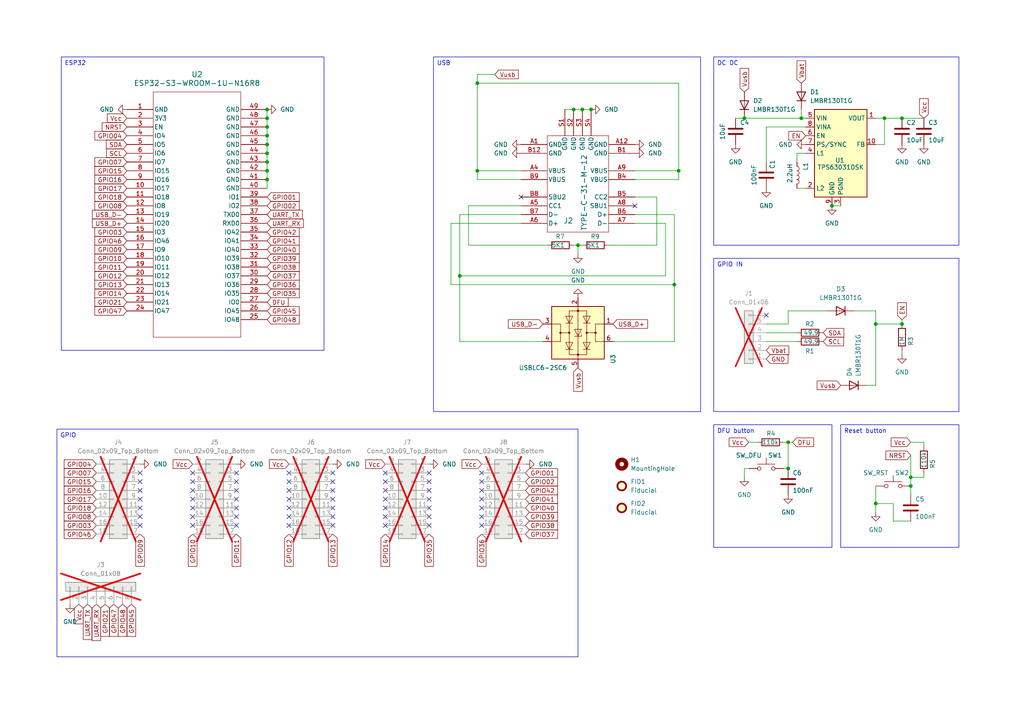
<source format=kicad_sch>
(kicad_sch (version 20231120) (generator "eeschema") (generator_version "8.0")
  (paper "A4")
  (lib_symbols
    (symbol "Connector_Generic:Conn_01x06" (pin_names (offset 1.016) hide)
      (property "Reference" "J" (at 0 7.62 0))
      (property "Value" "Conn_01x06" (at 0 -10.16 0))
      (symbol "Conn_01x06_1_1"
        (pin passive line (at -5.08 5.08 0) (length 3.81) (name "Pin_1") (number "1"))
        (pin passive line (at -5.08 2.54 0) (length 3.81) (name "Pin_2") (number "2"))
        (pin passive line (at -5.08 0 0) (length 3.81) (name "Pin_3") (number "3"))
        (pin passive line (at -5.08 -2.54 0) (length 3.81) (name "Pin_4") (number "4"))
        (pin passive line (at -5.08 -5.08 0) (length 3.81) (name "Pin_5") (number "5"))
        (pin passive line (at -5.08 -7.62 0) (length 3.81) (name "Pin_6") (number "6"))
      )
    )
    (symbol "Connector_Generic:Conn_01x08" (pin_names (offset 1.016) hide)
      (property "Reference" "J" (at 0 10.16 0))
      (property "Value" "Conn_01x08" (at 0 -12.7 0))
      (symbol "Conn_01x08_1_1"
        (pin passive line (at -5.08 7.62 0) (length 3.81) (name "Pin_1") (number "1"))
        (pin passive line (at -5.08 5.08 0) (length 3.81) (name "Pin_2") (number "2"))
        (pin passive line (at -5.08 2.54 0) (length 3.81) (name "Pin_3") (number "3"))
        (pin passive line (at -5.08 0 0) (length 3.81) (name "Pin_4") (number "4"))
        (pin passive line (at -5.08 -2.54 0) (length 3.81) (name "Pin_5") (number "5"))
        (pin passive line (at -5.08 -5.08 0) (length 3.81) (name "Pin_6") (number "6"))
        (pin passive line (at -5.08 -7.62 0) (length 3.81) (name "Pin_7") (number "7"))
        (pin passive line (at -5.08 -10.16 0) (length 3.81) (name "Pin_8") (number "8"))
      )
    )
    (symbol "Connector_Generic:Conn_02x09_Odd_Even" (pin_names (offset 1.016) hide)
      (property "Reference" "J" (at 1.27 12.7 0))
      (property "Value" "Conn_02x09_Odd_Even" (at 1.27 -12.7 0))
      (symbol "Conn_02x09_Odd_Even_1_1"
        (pin passive line (at -5.08 10.16 0) (length 3.81) (name "Pin_1") (number "1"))
        (pin passive line (at 7.62 0 180) (length 3.81) (name "Pin_10") (number "10"))
        (pin passive line (at -5.08 -2.54 0) (length 3.81) (name "Pin_11") (number "11"))
        (pin passive line (at 7.62 -2.54 180) (length 3.81) (name "Pin_12") (number "12"))
        (pin passive line (at -5.08 -5.08 0) (length 3.81) (name "Pin_13") (number "13"))
        (pin passive line (at 7.62 -5.08 180) (length 3.81) (name "Pin_14") (number "14"))
        (pin passive line (at -5.08 -7.62 0) (length 3.81) (name "Pin_15") (number "15"))
        (pin passive line (at 7.62 -7.62 180) (length 3.81) (name "Pin_16") (number "16"))
        (pin passive line (at -5.08 -10.16 0) (length 3.81) (name "Pin_17") (number "17"))
        (pin passive line (at 7.62 -10.16 180) (length 3.81) (name "Pin_18") (number "18"))
        (pin passive line (at 7.62 10.16 180) (length 3.81) (name "Pin_2") (number "2"))
        (pin passive line (at -5.08 7.62 0) (length 3.81) (name "Pin_3") (number "3"))
        (pin passive line (at 7.62 7.62 180) (length 3.81) (name "Pin_4") (number "4"))
        (pin passive line (at -5.08 5.08 0) (length 3.81) (name "Pin_5") (number "5"))
        (pin passive line (at 7.62 5.08 180) (length 3.81) (name "Pin_6") (number "6"))
        (pin passive line (at -5.08 2.54 0) (length 3.81) (name "Pin_7") (number "7"))
        (pin passive line (at 7.62 2.54 180) (length 3.81) (name "Pin_8") (number "8"))
        (pin passive line (at -5.08 0 0) (length 3.81) (name "Pin_9") (number "9"))
      )
    )
    (symbol "Device:C" (pin_numbers hide) (pin_names (offset 0.254))
      (property "Reference" "C" (at 0.635 2.54 0))
      (property "Value" "C" (at 0.635 -2.54 0))
      (symbol "C_1_1"
        (pin passive line (at 0 3.81 270) (length 2.794) (name "~") (number "1"))
        (pin passive line (at 0 -3.81 90) (length 2.794) (name "~") (number "2"))
      )
    )
    (symbol "Device:D" (pin_numbers hide) (pin_names (offset 1.016) hide)
      (property "Reference" "D" (at 0 2.54 0))
      (property "Value" "D" (at 0 -2.54 0))
      (symbol "D_1_1"
        (pin passive line (at -3.81 0 0) (length 2.54) (name "K") (number "1"))
        (pin passive line (at 3.81 0 180) (length 2.54) (name "A") (number "2"))
      )
    )
    (symbol "Device:L" (pin_numbers hide) (pin_names (offset 1.016) hide)
      (property "Reference" "L" (at -1.27 0 90))
      (property "Value" "L" (at 1.905 0 90))
      (symbol "L_1_1"
        (pin passive line (at 0 3.81 270) (length 1.27) (name "1") (number "1"))
        (pin passive line (at 0 -3.81 90) (length 1.27) (name "2") (number "2"))
      )
    )
    (symbol "Device:R" (pin_numbers hide) (pin_names (offset 0))
      (property "Reference" "R" (at 2.032 0 90))
      (property "Value" "R" (at 0 0 90))
      (symbol "R_1_1"
        (pin passive line (at 0 3.81 270) (length 1.27) (name "~") (number "1"))
        (pin passive line (at 0 -3.81 90) (length 1.27) (name "~") (number "2"))
      )
    )
    (symbol "ESP32­S3­WROOM­1U:ESP32-S3-WROOM-1U-N16R8" (pin_names (offset 0.254))
      (property "Reference" "U" (at 20.32 10.16 0))
      (property "Value" "ESP32-S3-WROOM-1U-N16R8" (at 20.32 7.62 0))
      (symbol "ESP32-S3-WROOM-1U-N16R8_0_1"
        (pin power_out line (at 0 0 0) (length 7.62) (name "GND") (number "1"))
        (pin bidirectional line (at 0 -22.86 0) (length 7.62) (name "IO17") (number "10"))
        (pin bidirectional line (at 0 -25.4 0) (length 7.62) (name "IO18") (number "11"))
        (pin bidirectional line (at 0 -27.94 0) (length 7.62) (name "IO8") (number "12"))
        (pin bidirectional line (at 0 -30.48 0) (length 7.62) (name "IO19") (number "13"))
        (pin bidirectional line (at 0 -33.02 0) (length 7.62) (name "IO20") (number "14"))
        (pin bidirectional line (at 0 -35.56 0) (length 7.62) (name "IO3") (number "15"))
        (pin bidirectional line (at 0 -38.1 0) (length 7.62) (name "IO46") (number "16"))
        (pin bidirectional line (at 0 -40.64 0) (length 7.62) (name "IO9") (number "17"))
        (pin bidirectional line (at 0 -43.18 0) (length 7.62) (name "IO10") (number "18"))
        (pin bidirectional line (at 0 -45.72 0) (length 7.62) (name "IO11") (number "19"))
        (pin power_in line (at 0 -2.54 0) (length 7.62) (name "3V3") (number "2"))
        (pin bidirectional line (at 0 -48.26 0) (length 7.62) (name "IO12") (number "20"))
        (pin bidirectional line (at 0 -50.8 0) (length 7.62) (name "IO13") (number "21"))
        (pin bidirectional line (at 0 -53.34 0) (length 7.62) (name "IO14") (number "22"))
        (pin bidirectional line (at 0 -55.88 0) (length 7.62) (name "IO21") (number "23"))
        (pin bidirectional line (at 0 -58.42 0) (length 7.62) (name "IO47") (number "24"))
        (pin bidirectional line (at 40.64 -60.96 180) (length 7.62) (name "IO48") (number "25"))
        (pin bidirectional line (at 40.64 -58.42 180) (length 7.62) (name "IO45") (number "26"))
        (pin bidirectional line (at 40.64 -55.88 180) (length 7.62) (name "IO0") (number "27"))
        (pin bidirectional line (at 40.64 -53.34 180) (length 7.62) (name "IO35") (number "28"))
        (pin bidirectional line (at 40.64 -50.8 180) (length 7.62) (name "IO36") (number "29"))
        (pin input line (at 0 -5.08 0) (length 7.62) (name "EN") (number "3"))
        (pin bidirectional line (at 40.64 -48.26 180) (length 7.62) (name "IO37") (number "30"))
        (pin bidirectional line (at 40.64 -45.72 180) (length 7.62) (name "IO38") (number "31"))
        (pin bidirectional line (at 40.64 -43.18 180) (length 7.62) (name "IO39") (number "32"))
        (pin bidirectional line (at 40.64 -40.64 180) (length 7.62) (name "IO40") (number "33"))
        (pin bidirectional line (at 40.64 -38.1 180) (length 7.62) (name "IO41") (number "34"))
        (pin bidirectional line (at 40.64 -35.56 180) (length 7.62) (name "IO42") (number "35"))
        (pin bidirectional line (at 40.64 -33.02 180) (length 7.62) (name "RXD0") (number "36"))
        (pin bidirectional line (at 40.64 -30.48 180) (length 7.62) (name "TXD0") (number "37"))
        (pin bidirectional line (at 40.64 -27.94 180) (length 7.62) (name "IO2") (number "38"))
        (pin bidirectional line (at 40.64 -25.4 180) (length 7.62) (name "IO1") (number "39"))
        (pin bidirectional line (at 0 -7.62 0) (length 7.62) (name "IO4") (number "4"))
        (pin power_out line (at 40.64 -22.86 180) (length 7.62) (name "GND") (number "40"))
        (pin power_out line (at 40.64 -20.32 180) (length 7.62) (name "GND") (number "41"))
        (pin power_out line (at 40.64 -17.78 180) (length 7.62) (name "GND") (number "42"))
        (pin power_out line (at 40.64 -15.24 180) (length 7.62) (name "GND") (number "43"))
        (pin power_out line (at 40.64 -12.7 180) (length 7.62) (name "GND") (number "44"))
        (pin power_out line (at 40.64 -10.16 180) (length 7.62) (name "GND") (number "45"))
        (pin power_out line (at 40.64 -7.62 180) (length 7.62) (name "GND") (number "46"))
        (pin power_out line (at 40.64 -5.08 180) (length 7.62) (name "GND") (number "47"))
        (pin power_out line (at 40.64 -2.54 180) (length 7.62) (name "GND") (number "48"))
        (pin power_out line (at 40.64 0 180) (length 7.62) (name "GND") (number "49"))
        (pin bidirectional line (at 0 -10.16 0) (length 7.62) (name "IO5") (number "5"))
        (pin bidirectional line (at 0 -12.7 0) (length 7.62) (name "IO6") (number "6"))
        (pin bidirectional line (at 0 -15.24 0) (length 7.62) (name "IO7") (number "7"))
        (pin bidirectional line (at 0 -17.78 0) (length 7.62) (name "IO15") (number "8"))
        (pin bidirectional line (at 0 -20.32 0) (length 7.62) (name "IO16") (number "9"))
      )
    )
    (symbol "Mechanical:Fiducial" (exclude_from_sim yes) (in_bom no)
      (property "Reference" "FID" (at 0 5.08 0))
      (property "Value" "Fiducial" (at 0 3.175 0))
    )
    (symbol "Mechanical:MountingHole" (pin_names (offset 1.016)) (exclude_from_sim yes) (in_bom no)
      (property "Reference" "H" (at 0 5.08 0))
      (property "Value" "MountingHole" (at 0 3.175 0))
    )
    (symbol "Power_Protection:USBLC6-2SC6" (pin_names hide)
      (property "Reference" "U" (at 2.54 8.89 0))
      (property "Value" "USBLC6-2SC6" (at 2.54 -8.89 0))
      (symbol "USBLC6-2SC6_1_1"
        (pin passive line (at -10.16 -2.54 0) (length 2.54) (name "I/O1") (number "1"))
        (pin passive line (at 0 -10.16 90) (length 2.54) (name "GND") (number "2"))
        (pin passive line (at 10.16 -2.54 180) (length 2.54) (name "I/O2") (number "3"))
        (pin passive line (at 10.16 2.54 180) (length 2.54) (name "I/O2") (number "4"))
        (pin passive line (at 0 10.16 270) (length 2.54) (name "VBUS") (number "5"))
        (pin passive line (at -10.16 2.54 0) (length 2.54) (name "I/O1") (number "6"))
      )
    )
    (symbol "Regulator_Switching:TPS63031DSK"
      (property "Reference" "U" (at -7.62 13.97 0))
      (property "Value" "TPS63031DSK" (at 5.08 13.97 0))
      (symbol "TPS63031DSK_1_1"
        (pin power_out line (at 10.16 10.16 180) (length 2.54) (name "VOUT") (number "1"))
        (pin input line (at 10.16 2.54 180) (length 2.54) (name "FB") (number "10"))
        (pin passive line (at 0 -15.24 90) (length 2.54) hide (name "PGND") (number "11"))
        (pin input line (at -10.16 -10.16 0) (length 2.54) (name "L2") (number "2"))
        (pin power_in line (at 0 -15.24 90) (length 2.54) (name "PGND") (number "3"))
        (pin input line (at -10.16 0 0) (length 2.54) (name "L1") (number "4"))
        (pin power_in line (at -10.16 10.16 0) (length 2.54) (name "VIN") (number "5"))
        (pin input line (at -10.16 5.08 0) (length 2.54) (name "EN") (number "6"))
        (pin input line (at -10.16 2.54 0) (length 2.54) (name "PS/SYNC") (number "7"))
        (pin passive line (at -10.16 7.62 0) (length 2.54) (name "VINA") (number "8"))
        (pin power_in line (at -2.54 -15.24 90) (length 2.54) (name "GND") (number "9"))
      )
    )
    (symbol "Switch:SW_Push" (pin_numbers hide) (pin_names (offset 1.016) hide)
      (property "Reference" "SW" (at 1.27 2.54 0))
      (property "Value" "SW_Push" (at 0 -1.524 0))
      (symbol "SW_Push_0_1"
        (pin passive line (at -5.08 0 0) (length 2.54) (name "1") (number "1"))
        (pin passive line (at 5.08 0 180) (length 2.54) (name "2") (number "2"))
      )
    )
    (symbol "TYPE-C-31-M-12:TYPE-C-31-M-12" (pin_names (offset 0.254))
      (property "Reference" "J" (at 6.096 -25.908 0))
      (property "Value" "TYPE-C-31-M-12" (at 9.906 -15.24 90))
      (symbol "TYPE-C-31-M-12_0_1"
        (pin power_out line (at -7.62 -2.54 0) (length 7.62) (name "GND") (number "A1"))
        (pin power_out line (at 25.4 -2.54 180) (length 7.62) (name "GND") (number "A12"))
        (pin unspecified line (at -7.62 -10.16 0) (length 7.62) (name "VBUS") (number "A4"))
        (pin bidirectional line (at -7.62 -20.32 0) (length 7.62) (name "CC1") (number "A5"))
        (pin unspecified line (at -7.62 -25.4 0) (length 7.62) (name "D+") (number "A6"))
        (pin bidirectional line (at 25.4 -25.4 180) (length 7.62) (name "D-") (number "A7"))
        (pin bidirectional line (at 25.4 -20.32 180) (length 7.62) (name "SBU1") (number "A8"))
        (pin unspecified line (at 25.4 -10.16 180) (length 7.62) (name "VBUS") (number "A9"))
        (pin power_out line (at 25.4 -5.08 180) (length 7.62) (name "GND") (number "B1"))
        (pin power_out line (at -7.62 -5.08 0) (length 7.62) (name "GND") (number "B12"))
        (pin unspecified line (at 25.4 -12.7 180) (length 7.62) (name "VBUS") (number "B4"))
        (pin bidirectional line (at 25.4 -17.78 180) (length 7.62) (name "CC2") (number "B5"))
        (pin unspecified line (at 25.4 -22.86 180) (length 7.62) (name "D+") (number "B6"))
        (pin bidirectional line (at -7.62 -22.86 0) (length 7.62) (name "D-") (number "B7"))
        (pin bidirectional line (at -7.62 -17.78 0) (length 7.62) (name "SBU2") (number "B8"))
        (pin unspecified line (at -7.62 -12.7 0) (length 7.62) (name "VBUS") (number "B9"))
      )
      (symbol "TYPE-C-31-M-12_1_1"
        (pin power_out line (at 5.08 7.62 270) (length 7.62) (name "GND") (number "S1"))
        (pin power_out line (at 7.62 7.62 270) (length 7.62) (name "GND") (number "S2"))
        (pin power_out line (at 10.16 7.62 270) (length 7.62) (name "GND") (number "S3"))
        (pin power_out line (at 12.7 7.62 270) (length 7.62) (name "GND") (number "S4"))
      )
    )
    (symbol "power:GND" (power) (pin_names (offset 0))
      (property "Value" "GND" (at 0 -3.81 0))
      (symbol "GND_1_1"
        (pin power_in line (at 0 0 270) (length 0) hide (name "GND") (number "1"))
      )
    )
  )
  (junction (at 241.3 59.69))
  (junction (at 195.58 82.55))
  (junction (at 77.47 44.45))
  (junction (at 256.54 34.29))
  (junction (at 77.47 31.75))
  (junction (at 77.47 46.99))
  (junction (at 196.85 49.53))
  (junction (at 138.43 49.53))
  (junction (at 167.64 71.12))
  (junction (at 254 93.98))
  (junction (at 228.6 135.89))
  (junction (at 166.37 31.75))
  (junction (at 228.6 128.27))
  (junction (at 77.47 34.29))
  (junction (at 232.41 34.29))
  (junction (at 168.91 31.75))
  (junction (at 261.62 34.29))
  (junction (at 77.47 41.91))
  (junction (at 77.47 36.83))
  (junction (at 171.45 31.75))
  (junction (at 215.9 34.29))
  (junction (at 77.47 52.07))
  (junction (at 264.16 140.97))
  (junction (at 138.43 24.13))
  (junction (at 264.16 138.43))
  (junction (at 261.62 93.98))
  (junction (at 254 146.05))
  (junction (at 77.47 39.37))
  (junction (at 77.47 49.53))
  (junction (at 133.35 80.01))
  (no_connect (at 68.58 142.24))
  (no_connect (at 96.52 152.4))
  (no_connect (at 55.88 149.86))
  (no_connect (at 68.58 139.7))
  (no_connect (at 83.82 137.16))
  (no_connect (at 111.76 137.16))
  (no_connect (at 111.76 152.4))
  (no_connect (at 68.58 144.78))
  (no_connect (at 83.82 144.78))
  (no_connect (at 139.7 139.7))
  (no_connect (at 111.76 147.32))
  (no_connect (at 40.64 152.4))
  (no_connect (at 55.88 137.16))
  (no_connect (at 68.58 147.32))
  (no_connect (at 96.52 139.7))
  (no_connect (at 184.15 59.69))
  (no_connect (at 96.52 137.16))
  (no_connect (at 83.82 152.4))
  (no_connect (at 124.46 147.32))
  (no_connect (at 139.7 137.16))
  (no_connect (at 55.88 152.4))
  (no_connect (at 40.64 144.78))
  (no_connect (at 124.46 144.78))
  (no_connect (at 55.88 147.32))
  (no_connect (at 96.52 142.24))
  (no_connect (at 40.64 137.16))
  (no_connect (at 96.52 149.86))
  (no_connect (at 111.76 139.7))
  (no_connect (at 139.7 147.32))
  (no_connect (at 83.82 142.24))
  (no_connect (at 111.76 149.86))
  (no_connect (at 124.46 142.24))
  (no_connect (at 55.88 142.24))
  (no_connect (at 151.13 57.15))
  (no_connect (at 111.76 142.24))
  (no_connect (at 83.82 149.86))
  (no_connect (at 83.82 139.7))
  (no_connect (at 40.64 139.7))
  (no_connect (at 124.46 137.16))
  (no_connect (at 83.82 147.32))
  (no_connect (at 139.7 149.86))
  (no_connect (at 40.64 142.24))
  (no_connect (at 68.58 152.4))
  (no_connect (at 222.25 91.44))
  (no_connect (at 139.7 152.4))
  (no_connect (at 96.52 144.78))
  (no_connect (at 96.52 147.32))
  (no_connect (at 124.46 139.7))
  (no_connect (at 139.7 144.78))
  (no_connect (at 124.46 149.86))
  (no_connect (at 124.46 152.4))
  (no_connect (at 40.64 147.32))
  (no_connect (at 55.88 139.7))
  (no_connect (at 68.58 149.86))
  (no_connect (at 40.64 149.86))
  (no_connect (at 111.76 144.78))
  (no_connect (at 139.7 142.24))
  (no_connect (at 55.88 144.78))
  (no_connect (at 68.58 137.16))
  (wire (pts (xy 184.15 62.23) (xy 195.58 62.23)))
  (wire (pts (xy 190.5 57.15) (xy 184.15 57.15)))
  (wire (pts (xy 251.46 111.76) (xy 254 111.76)))
  (wire (pts (xy 259.08 146.05) (xy 254 146.05)))
  (wire (pts (xy 264.16 128.27) (xy 267.97 128.27)))
  (wire (pts (xy 254 93.98) (xy 261.62 93.98)))
  (wire (pts (xy 227.33 135.89) (xy 228.6 135.89)))
  (wire (pts (xy 254 146.05) (xy 254 148.59)))
  (wire (pts (xy 261.62 101.6) (xy 261.62 102.87)))
  (wire (pts (xy 130.81 64.77) (xy 130.81 82.55)))
  (wire (pts (xy 77.47 52.07) (xy 77.47 54.61)))
  (wire (pts (xy 135.89 59.69) (xy 135.89 71.12)))
  (wire (pts (xy 138.43 21.59) (xy 143.51 21.59)))
  (wire (pts (xy 222.25 96.52) (xy 231.14 96.52)))
  (wire (pts (xy 256.54 34.29) (xy 256.54 41.91)))
  (wire (pts (xy 232.41 31.75) (xy 232.41 34.29)))
  (wire (pts (xy 195.58 99.06) (xy 177.8 99.06)))
  (wire (pts (xy 77.47 44.45) (xy 77.47 46.99)))
  (wire (pts (xy 264.16 138.43) (xy 264.16 132.08)))
  (wire (pts (xy 215.9 34.29) (xy 232.41 34.29)))
  (wire (pts (xy 184.15 64.77) (xy 193.04 64.77)))
  (wire (pts (xy 133.35 99.06) (xy 157.48 99.06)))
  (wire (pts (xy 222.25 36.83) (xy 222.25 46.99)))
  (wire (pts (xy 190.5 71.12) (xy 176.53 71.12)))
  (wire (pts (xy 193.04 64.77) (xy 193.04 80.01)))
  (wire (pts (xy 264.16 140.97) (xy 264.16 143.51)))
  (wire (pts (xy 77.47 31.75) (xy 77.47 34.29)))
  (wire (pts (xy 259.08 151.13) (xy 264.16 151.13)))
  (wire (pts (xy 267.97 138.43) (xy 264.16 138.43)))
  (wire (pts (xy 167.64 71.12) (xy 168.91 71.12)))
  (wire (pts (xy 135.89 59.69) (xy 151.13 59.69)))
  (wire (pts (xy 193.04 80.01) (xy 133.35 80.01)))
  (wire (pts (xy 228.6 128.27) (xy 229.87 128.27)))
  (wire (pts (xy 228.6 128.27) (xy 228.6 135.89)))
  (wire (pts (xy 213.36 34.29) (xy 215.9 34.29)))
  (wire (pts (xy 254 140.97) (xy 254 146.05)))
  (wire (pts (xy 267.97 137.16) (xy 267.97 138.43)))
  (wire (pts (xy 217.17 128.27) (xy 219.71 128.27)))
  (wire (pts (xy 195.58 82.55) (xy 195.58 99.06)))
  (wire (pts (xy 264.16 138.43) (xy 264.16 140.97)))
  (wire (pts (xy 138.43 49.53) (xy 151.13 49.53)))
  (wire (pts (xy 261.62 34.29) (xy 267.97 34.29)))
  (wire (pts (xy 167.64 71.12) (xy 167.64 73.66)))
  (wire (pts (xy 254 34.29) (xy 256.54 34.29)))
  (wire (pts (xy 166.37 71.12) (xy 167.64 71.12)))
  (wire (pts (xy 231.14 46.99) (xy 231.14 44.45)))
  (wire (pts (xy 231.14 54.61) (xy 233.68 54.61)))
  (wire (pts (xy 77.47 46.99) (xy 77.47 49.53)))
  (wire (pts (xy 133.35 62.23) (xy 151.13 62.23)))
  (wire (pts (xy 151.13 52.07) (xy 138.43 52.07)))
  (wire (pts (xy 168.91 31.75) (xy 171.45 31.75)))
  (wire (pts (xy 138.43 24.13) (xy 138.43 49.53)))
  (wire (pts (xy 77.47 41.91) (xy 77.47 44.45)))
  (wire (pts (xy 259.08 151.13) (xy 259.08 146.05)))
  (wire (pts (xy 228.6 93.98) (xy 228.6 90.17)))
  (wire (pts (xy 254 111.76) (xy 254 93.98)))
  (wire (pts (xy 196.85 49.53) (xy 196.85 24.13)))
  (wire (pts (xy 232.41 34.29) (xy 233.68 34.29)))
  (wire (pts (xy 195.58 62.23) (xy 195.58 82.55)))
  (wire (pts (xy 261.62 93.98) (xy 261.62 92.71)))
  (wire (pts (xy 233.68 36.83) (xy 222.25 36.83)))
  (wire (pts (xy 217.17 135.89) (xy 215.9 135.89)))
  (wire (pts (xy 190.5 57.15) (xy 190.5 71.12)))
  (wire (pts (xy 267.97 128.27) (xy 267.97 129.54)))
  (wire (pts (xy 166.37 31.75) (xy 168.91 31.75)))
  (wire (pts (xy 77.47 39.37) (xy 77.47 41.91)))
  (wire (pts (xy 133.35 80.01) (xy 133.35 99.06)))
  (wire (pts (xy 222.25 99.06) (xy 231.14 99.06)))
  (wire (pts (xy 256.54 41.91) (xy 254 41.91)))
  (wire (pts (xy 135.89 71.12) (xy 158.75 71.12)))
  (wire (pts (xy 184.15 49.53) (xy 196.85 49.53)))
  (wire (pts (xy 130.81 82.55) (xy 195.58 82.55)))
  (wire (pts (xy 256.54 34.29) (xy 261.62 34.29)))
  (wire (pts (xy 231.14 44.45) (xy 233.68 44.45)))
  (wire (pts (xy 138.43 21.59) (xy 138.43 24.13)))
  (wire (pts (xy 196.85 24.13) (xy 138.43 24.13)))
  (wire (pts (xy 228.6 90.17) (xy 240.03 90.17)))
  (wire (pts (xy 241.3 59.69) (xy 243.84 59.69)))
  (wire (pts (xy 247.65 90.17) (xy 254 90.17)))
  (wire (pts (xy 222.25 93.98) (xy 228.6 93.98)))
  (wire (pts (xy 138.43 52.07) (xy 138.43 49.53)))
  (wire (pts (xy 133.35 62.23) (xy 133.35 80.01)))
  (wire (pts (xy 77.47 36.83) (xy 77.47 39.37)))
  (wire (pts (xy 196.85 52.07) (xy 196.85 49.53)))
  (wire (pts (xy 77.47 49.53) (xy 77.47 52.07)))
  (wire (pts (xy 215.9 135.89) (xy 215.9 138.43)))
  (wire (pts (xy 77.47 34.29) (xy 77.47 36.83)))
  (wire (pts (xy 254 90.17) (xy 254 93.98)))
  (wire (pts (xy 184.15 52.07) (xy 196.85 52.07)))
  (wire (pts (xy 227.33 128.27) (xy 228.6 128.27)))
  (wire (pts (xy 163.83 31.75) (xy 166.37 31.75)))
  (wire (pts (xy 130.81 64.77) (xy 151.13 64.77)))
  (text_box "GPIO IN" (at 207.01 74.93 0) (size 71.12 44.45) (effects (font (size 1.27 1.27)) (justify left top)))
  (text_box "GPIO" (at 16.51 124.46 0) (size 151.13 66.04) (effects (font (size 1.27 1.27)) (justify left top)))
  (text_box "USB" (at 125.73 16.51 0) (size 77.47 102.87) (effects (font (size 1.27 1.27)) (justify left top)))
  (text_box "DFU button" (at 207.01 123.19 0) (size 34.29 35.56) (effects (font (size 1.27 1.27)) (justify left top)))
  (text_box "ESP32" (at 17.78 16.51 0) (size 76.2 85.09) (effects (font (size 1.27 1.27)) (justify left top)))
  (text_box "DC DC" (at 207.01 16.51 0) (size 71.12 54.61) (effects (font (size 1.27 1.27)) (justify left top)))
  (text_box "Reset button" (at 243.84 123.19 0) (size 34.29 35.56) (effects (font (size 1.27 1.27)) (justify left top)))
  (global_label "GPIO09" (shape input) (at 36.83 72.39 180) (property "Intersheetrefs" "${INTERSHEET_REFS}" (effects (hide yes))))
  (global_label "GPIO13" (shape input) (at 96.52 154.94 270) (property "Intersheetrefs" "${INTERSHEET_REFS}" (effects (hide yes))))
  (global_label "GPIO12" (shape input) (at 36.83 80.01 180) (property "Intersheetrefs" "${INTERSHEET_REFS}" (effects (hide yes))))
  (global_label "Vusb" (shape input) (at 167.64 106.68 270) (property "Intersheetrefs" "${INTERSHEET_REFS}" (effects (hide yes))))
  (global_label "GPIO09" (shape input) (at 40.64 154.94 270) (property "Intersheetrefs" "${INTERSHEET_REFS}" (effects (hide yes))))
  (global_label "DFU" (shape input) (at 77.47 87.63 0) (property "Intersheetrefs" "${INTERSHEET_REFS}" (effects (hide yes))))
  (global_label "EN" (shape input) (at 233.68 39.37 180) (property "Intersheetrefs" "${INTERSHEET_REFS}" (effects (hide yes))))
  (global_label "GPIO35" (shape input) (at 77.47 85.09 0) (property "Intersheetrefs" "${INTERSHEET_REFS}" (effects (hide yes))))
  (global_label "GPIO10" (shape input) (at 36.83 74.93 180) (property "Intersheetrefs" "${INTERSHEET_REFS}" (effects (hide yes))))
  (global_label "SDA" (shape input) (at 238.76 96.52 0) (property "Intersheetrefs" "${INTERSHEET_REFS}" (effects (hide yes))))
  (global_label "Vcc" (shape input) (at 267.97 34.29 90) (property "Intersheetrefs" "${INTERSHEET_REFS}" (effects (hide yes))))
  (global_label "GPIO08" (shape input) (at 36.83 59.69 180) (property "Intersheetrefs" "${INTERSHEET_REFS}" (effects (hide yes))))
  (global_label "GPIO38" (shape input) (at 77.47 77.47 0) (property "Intersheetrefs" "${INTERSHEET_REFS}" (effects (hide yes))))
  (global_label "GPIO04" (shape input) (at 27.94 134.62 180) (property "Intersheetrefs" "${INTERSHEET_REFS}" (effects (hide yes))))
  (global_label "SCL" (shape input) (at 238.76 99.06 0) (property "Intersheetrefs" "${INTERSHEET_REFS}" (effects (hide yes))))
  (global_label "Vusb" (shape input) (at 143.51 21.59 0) (property "Intersheetrefs" "${INTERSHEET_REFS}" (effects (hide yes))))
  (global_label "GPIO07" (shape input) (at 36.83 46.99 180) (property "Intersheetrefs" "${INTERSHEET_REFS}" (effects (hide yes))))
  (global_label "GPIO39" (shape input) (at 152.4 149.86 0) (property "Intersheetrefs" "${INTERSHEET_REFS}" (effects (hide yes))))
  (global_label "Vbat" (shape input) (at 222.25 101.6 0) (property "Intersheetrefs" "${INTERSHEET_REFS}" (effects (hide yes))))
  (global_label "Vcc" (shape input) (at 111.76 134.62 180) (property "Intersheetrefs" "${INTERSHEET_REFS}" (effects (hide yes))))
  (global_label "NRST" (shape input) (at 36.83 36.83 180) (property "Intersheetrefs" "${INTERSHEET_REFS}" (effects (hide yes))))
  (global_label "Vcc" (shape input) (at 36.83 34.29 180) (property "Intersheetrefs" "${INTERSHEET_REFS}" (effects (hide yes))))
  (global_label "GPIO18" (shape input) (at 27.94 147.32 180) (property "Intersheetrefs" "${INTERSHEET_REFS}" (effects (hide yes))))
  (global_label "GPIO18" (shape input) (at 36.83 57.15 180) (property "Intersheetrefs" "${INTERSHEET_REFS}" (effects (hide yes))))
  (global_label "GPIO01" (shape input) (at 152.4 137.16 0) (property "Intersheetrefs" "${INTERSHEET_REFS}" (effects (hide yes))))
  (global_label "Vcc" (shape input) (at 83.82 134.62 180) (property "Intersheetrefs" "${INTERSHEET_REFS}" (effects (hide yes))))
  (global_label "GPIO48" (shape input) (at 77.47 92.71 0) (property "Intersheetrefs" "${INTERSHEET_REFS}" (effects (hide yes))))
  (global_label "UART_TX" (shape input) (at 77.47 62.23 0) (property "Intersheetrefs" "${INTERSHEET_REFS}" (effects (hide yes))))
  (global_label "UART_TX" (shape input) (at 25.4 175.26 270) (property "Intersheetrefs" "${INTERSHEET_REFS}" (effects (hide yes))))
  (global_label "GPIO07" (shape input) (at 27.94 137.16 180) (property "Intersheetrefs" "${INTERSHEET_REFS}" (effects (hide yes))))
  (global_label "Vcc" (shape input) (at 139.7 134.62 180) (property "Intersheetrefs" "${INTERSHEET_REFS}" (effects (hide yes))))
  (global_label "GPIO16" (shape input) (at 36.83 52.07 180) (property "Intersheetrefs" "${INTERSHEET_REFS}" (effects (hide yes))))
  (global_label "GPIO14" (shape input) (at 36.83 85.09 180) (property "Intersheetrefs" "${INTERSHEET_REFS}" (effects (hide yes))))
  (global_label "Vcc" (shape input) (at 22.86 175.26 270) (property "Intersheetrefs" "${INTERSHEET_REFS}" (effects (hide yes))))
  (global_label "UART_RX" (shape input) (at 27.94 175.26 270) (property "Intersheetrefs" "${INTERSHEET_REFS}" (effects (hide yes))))
  (global_label "NRST" (shape input) (at 264.16 132.08 180) (property "Intersheetrefs" "${INTERSHEET_REFS}" (effects (hide yes))))
  (global_label "UART_RX" (shape input) (at 77.47 64.77 0) (property "Intersheetrefs" "${INTERSHEET_REFS}" (effects (hide yes))))
  (global_label "GPIO35" (shape input) (at 124.46 154.94 270) (property "Intersheetrefs" "${INTERSHEET_REFS}" (effects (hide yes))))
  (global_label "GPIO36" (shape input) (at 77.47 82.55 0) (property "Intersheetrefs" "${INTERSHEET_REFS}" (effects (hide yes))))
  (global_label "GPIO13" (shape input) (at 36.83 82.55 180) (property "Intersheetrefs" "${INTERSHEET_REFS}" (effects (hide yes))))
  (global_label "GPIO11" (shape input) (at 36.83 77.47 180) (property "Intersheetrefs" "${INTERSHEET_REFS}" (effects (hide yes))))
  (global_label "GPIO11" (shape input) (at 68.58 154.94 270) (property "Intersheetrefs" "${INTERSHEET_REFS}" (effects (hide yes))))
  (global_label "GPIO45" (shape input) (at 77.47 90.17 0) (property "Intersheetrefs" "${INTERSHEET_REFS}" (effects (hide yes))))
  (global_label "Vusb" (shape input) (at 215.9 26.67 90) (property "Intersheetrefs" "${INTERSHEET_REFS}" (effects (hide yes))))
  (global_label "GPIO14" (shape input) (at 111.76 154.94 270) (property "Intersheetrefs" "${INTERSHEET_REFS}" (effects (hide yes))))
  (global_label "GPIO39" (shape input) (at 77.47 74.93 0) (property "Intersheetrefs" "${INTERSHEET_REFS}" (effects (hide yes))))
  (global_label "USB_D-" (shape input) (at 157.48 93.98 180) (property "Intersheetrefs" "${INTERSHEET_REFS}" (effects (hide yes))))
  (global_label "GPIO40" (shape input) (at 77.47 72.39 0) (property "Intersheetrefs" "${INTERSHEET_REFS}" (effects (hide yes))))
  (global_label "USB_D+" (shape input) (at 36.83 64.77 180) (property "Intersheetrefs" "${INTERSHEET_REFS}" (effects (hide yes))))
  (global_label "GPIO46" (shape input) (at 27.94 154.94 180) (property "Intersheetrefs" "${INTERSHEET_REFS}" (effects (hide yes))))
  (global_label "Vcc" (shape input) (at 217.17 128.27 180) (property "Intersheetrefs" "${INTERSHEET_REFS}" (effects (hide yes))))
  (global_label "GPIO45" (shape input) (at 38.1 175.26 270) (property "Intersheetrefs" "${INTERSHEET_REFS}" (effects (hide yes))))
  (global_label "GPIO21" (shape input) (at 30.48 175.26 270) (property "Intersheetrefs" "${INTERSHEET_REFS}" (effects (hide yes))))
  (global_label "GPIO03" (shape input) (at 27.94 152.4 180) (property "Intersheetrefs" "${INTERSHEET_REFS}" (effects (hide yes))))
  (global_label "Vcc" (shape input) (at 264.16 128.27 180) (property "Intersheetrefs" "${INTERSHEET_REFS}" (effects (hide yes))))
  (global_label "DFU" (shape input) (at 229.87 128.27 0) (property "Intersheetrefs" "${INTERSHEET_REFS}" (effects (hide yes))))
  (global_label "GPIO10" (shape input) (at 55.88 154.94 270) (property "Intersheetrefs" "${INTERSHEET_REFS}" (effects (hide yes))))
  (global_label "GPIO15" (shape input) (at 36.83 49.53 180) (property "Intersheetrefs" "${INTERSHEET_REFS}" (effects (hide yes))))
  (global_label "GPIO15" (shape input) (at 27.94 139.7 180) (property "Intersheetrefs" "${INTERSHEET_REFS}" (effects (hide yes))))
  (global_label "GPIO48" (shape input) (at 35.56 175.26 270) (property "Intersheetrefs" "${INTERSHEET_REFS}" (effects (hide yes))))
  (global_label "SCL" (shape input) (at 36.83 44.45 180) (property "Intersheetrefs" "${INTERSHEET_REFS}" (effects (hide yes))))
  (global_label "GPIO04" (shape input) (at 36.83 39.37 180) (property "Intersheetrefs" "${INTERSHEET_REFS}" (effects (hide yes))))
  (global_label "GPIO41" (shape input) (at 77.47 69.85 0) (property "Intersheetrefs" "${INTERSHEET_REFS}" (effects (hide yes))))
  (global_label "GPIO47" (shape input) (at 36.83 90.17 180) (property "Intersheetrefs" "${INTERSHEET_REFS}" (effects (hide yes))))
  (global_label "GPIO37" (shape input) (at 77.47 80.01 0) (property "Intersheetrefs" "${INTERSHEET_REFS}" (effects (hide yes))))
  (global_label "GPIO42" (shape input) (at 77.47 67.31 0) (property "Intersheetrefs" "${INTERSHEET_REFS}" (effects (hide yes))))
  (global_label "GPIO36" (shape input) (at 139.7 154.94 270) (property "Intersheetrefs" "${INTERSHEET_REFS}" (effects (hide yes))))
  (global_label "EN" (shape input) (at 261.62 92.71 90) (property "Intersheetrefs" "${INTERSHEET_REFS}" (effects (hide yes))))
  (global_label "GPIO47" (shape input) (at 33.02 175.26 270) (property "Intersheetrefs" "${INTERSHEET_REFS}" (effects (hide yes))))
  (global_label "GPIO02" (shape input) (at 152.4 139.7 0) (property "Intersheetrefs" "${INTERSHEET_REFS}" (effects (hide yes))))
  (global_label "GPIO01" (shape input) (at 77.47 57.15 0) (property "Intersheetrefs" "${INTERSHEET_REFS}" (effects (hide yes))))
  (global_label "GPIO40" (shape input) (at 152.4 147.32 0) (property "Intersheetrefs" "${INTERSHEET_REFS}" (effects (hide yes))))
  (global_label "Vbat" (shape input) (at 232.41 24.13 90) (property "Intersheetrefs" "${INTERSHEET_REFS}" (effects (hide yes))))
  (global_label "GPIO08" (shape input) (at 27.94 149.86 180) (property "Intersheetrefs" "${INTERSHEET_REFS}" (effects (hide yes))))
  (global_label "GPIO17" (shape input) (at 27.94 144.78 180) (property "Intersheetrefs" "${INTERSHEET_REFS}" (effects (hide yes))))
  (global_label "GPIO42" (shape input) (at 152.4 142.24 0) (property "Intersheetrefs" "${INTERSHEET_REFS}" (effects (hide yes))))
  (global_label "GPIO03" (shape input) (at 36.83 67.31 180) (property "Intersheetrefs" "${INTERSHEET_REFS}" (effects (hide yes))))
  (global_label "GPIO41" (shape input) (at 152.4 144.78 0) (property "Intersheetrefs" "${INTERSHEET_REFS}" (effects (hide yes))))
  (global_label "SDA" (shape input) (at 36.83 41.91 180) (property "Intersheetrefs" "${INTERSHEET_REFS}" (effects (hide yes))))
  (global_label "GPIO02" (shape input) (at 77.47 59.69 0) (property "Intersheetrefs" "${INTERSHEET_REFS}" (effects (hide yes))))
  (global_label "GPIO16" (shape input) (at 27.94 142.24 180) (property "Intersheetrefs" "${INTERSHEET_REFS}" (effects (hide yes))))
  (global_label "GPIO37" (shape input) (at 152.4 154.94 0) (property "Intersheetrefs" "${INTERSHEET_REFS}" (effects (hide yes))))
  (global_label "GND" (shape input) (at 222.25 104.14 0) (property "Intersheetrefs" "${INTERSHEET_REFS}" (effects (hide yes))))
  (global_label "GPIO21" (shape input) (at 36.83 87.63 180) (property "Intersheetrefs" "${INTERSHEET_REFS}" (effects (hide yes))))
  (global_label "USB_D+" (shape input) (at 177.8 93.98 0) (property "Intersheetrefs" "${INTERSHEET_REFS}" (effects (hide yes))))
  (global_label "USB_D-" (shape input) (at 36.83 62.23 180) (property "Intersheetrefs" "${INTERSHEET_REFS}" (effects (hide yes))))
  (global_label "GPIO46" (shape input) (at 36.83 69.85 180) (property "Intersheetrefs" "${INTERSHEET_REFS}" (effects (hide yes))))
  (global_label "Vusb" (shape input) (at 243.84 111.76 180) (property "Intersheetrefs" "${INTERSHEET_REFS}" (effects (hide yes))))
  (global_label "Vcc" (shape input) (at 55.88 134.62 180) (property "Intersheetrefs" "${INTERSHEET_REFS}" (effects (hide yes))))
  (global_label "GPIO12" (shape input) (at 83.82 154.94 270) (property "Intersheetrefs" "${INTERSHEET_REFS}" (effects (hide yes))))
  (global_label "GPIO38" (shape input) (at 152.4 152.4 0) (property "Intersheetrefs" "${INTERSHEET_REFS}" (effects (hide yes))))
  (global_label "GPIO17" (shape input) (at 36.83 54.61 180) (property "Intersheetrefs" "${INTERSHEET_REFS}" (effects (hide yes))))
  (symbol (lib_id "power:GND") (at 213.36 41.91 0) (unit 1)
    (property "Reference" "#PWR02" (effects (hide yes)))
    (property "Value" "GND" (at 213.36 46.99 0))
  )
  (symbol (lib_id "Device:R") (at 261.62 97.79 0) (unit 1)
    (property "Reference" "R3" (at 264.16 100.33 90) (effects (justify left)))
    (property "Value" "1M" (at 261.62 100.33 90) (effects (justify left)))
    (property "Footprint" "Resistor_SMD:R_0603_1608Metric" (effects (hide yes)))
    (property "Datasheet" "https://datasheet.lcsc.com/szlcsc/Uniroyal-Elec-0603WAF1004T5E_C22935.pdf" (effects (hide yes)))
    (property "Desc" "100mW Thick Film Resistors ±100ppm/℃ ±1% 1MΩ 0603 Chip Resistor - Surface Mount ROHS" (effects (hide yes)))
    (property "JLC" "0603" (effects (hide yes)))
    (property "LCSC" "C22935" (effects (hide yes)))
    (property "Part" "0603WAF1004T5E" (effects (hide yes)))
  )
  (symbol (lib_id "power:GND") (at 40.64 134.62 90) (unit 1)
    (property "Reference" "#PWR024" (effects (hide yes)))
    (property "Value" "GND" (at 44.45 134.6201 90) (effects (justify right)))
  )
  (symbol (lib_id "power:GND") (at 254 148.59 0) (unit 1)
    (property "Reference" "#PWR011" (effects (hide yes)))
    (property "Value" "GND" (at 254 153.67 0))
  )
  (symbol (lib_id "Device:C") (at 261.62 38.1 0) (unit 1)
    (property "Reference" "C2" (at 262.89 35.56 0) (effects (justify left)))
    (property "Value" "10uF" (at 262.89 40.64 0) (effects (justify left)))
    (property "Footprint" "Capacitor_SMD:C_0402_1005Metric" (effects (hide yes)))
    (property "Desc" "6.3V 10uF X5R ±20% 0402 Multilayer Ceramic Capacitors MLCC - SMD/SMT ROHS" (effects (hide yes)))
    (property "JLC" "0402" (effects (hide yes)))
    (property "LCSC" "C15525" (effects (hide yes)))
    (property "Part" "CL05A106MQ5NUNC" (effects (hide yes)))
  )
  (symbol (lib_id "power:GND") (at 184.15 44.45 90) (unit 1)
    (property "Reference" "#PWR019" (effects (hide yes)))
    (property "Value" "GND" (at 187.96 44.45 90) (effects (justify right)))
  )
  (symbol (lib_id "Switch:SW_Push") (at 259.08 140.97 0) (unit 1)
    (property "Reference" "SW2" (at 261.62 137.16 0))
    (property "Value" "SW_RST" (at 254 137.16 0))
    (property "Footprint" "Button_Switch_SMD:SW_Push_1P1T_XKB_TS-1187A" (effects (hide yes)))
    (property "Desc" "None Without 50mA 5.1mm 100000 Times 160gf 12V 5.1mm 1.5mm Round Button Standing paste SPST SMD Tactile Switches ROHS" (effects (hide yes)))
    (property "JLC" "SMD" (effects (hide yes)))
    (property "LCSC" "C318884" (effects (hide yes)))
    (property "Part" "TS-1187A-B-A-B" (effects (hide yes)))
  )
  (symbol (lib_id "power:GND") (at 20.32 175.26 0) (unit 1)
    (property "Reference" "#PWR020" (effects (hide yes)))
    (property "Value" "GND" (at 20.32 180.34 0))
  )
  (symbol (lib_id "power:GND") (at 184.15 41.91 90) (unit 1)
    (property "Reference" "#PWR018" (effects (hide yes)))
    (property "Value" "GND" (at 187.96 41.91 90) (effects (justify right)))
  )
  (symbol (lib_id "power:GND") (at 167.64 73.66 0) (unit 1)
    (property "Reference" "#PWR015" (effects (hide yes)))
    (property "Value" "GND" (at 167.64 78.74 0))
  )
  (symbol (lib_id "power:GND") (at 215.9 138.43 0) (unit 1)
    (property "Reference" "#PWR09" (effects (hide yes)))
    (property "Value" "GND" (at 215.9 143.51 0))
  )
  (symbol (lib_id "Connector_Generic:Conn_02x09_Odd_Even") (at 119.38 144.78 0) (mirror y) (unit 1) (dnp yes)
    (property "Reference" "J7" (at 118.11 128.27 0))
    (property "Value" "Conn_02x09_Top_Bottom" (at 118.11 130.81 0))
    (property "Footprint" "Connector_PinSocket_2.54mm:PinSocket_2x09_P2.54mm_Vertical" (effects (hide yes)))
    (property "Description" "Generic connector, double row, 02x09, odd/even pin numbering scheme (row 1 odd numbers, row 2 even numbers), script generated (kicad-library-utils/schlib/autogen/connector/)" (effects (hide yes)))
  )
  (symbol (lib_id "Device:D") (at 243.84 90.17 180) (unit 1)
    (property "Reference" "D3" (at 243.84 83.82 0))
    (property "Value" "LMBR130T1G" (at 243.84 86.36 0))
    (property "Footprint" "Diode_SMD:D_SOD-123" (effects (hide yes)))
    (property "Desc" "30V 0.35V 1A SOD-123 Schottky Barrier Diodes (SBD) ROHS" (effects (hide yes)))
    (property "JLC" "SOD-123" (effects (hide yes)))
    (property "LCSC" "C48974" (effects (hide yes)))
    (property "Part" "LMBR130T1G" (effects (hide yes)))
  )
  (symbol (lib_id "Connector_Generic:Conn_01x08") (at 27.94 170.18 90) (unit 1) (dnp yes)
    (property "Reference" "J3" (at 29.21 163.83 90))
    (property "Value" "Conn_01x08" (at 29.21 166.37 90))
    (property "Footprint" "Connector_PinSocket_2.54mm:PinSocket_1x08_P2.54mm_Vertical" (effects (hide yes)))
    (property "Description" "Generic connector, single row, 01x08, script generated (kicad-library-utils/schlib/autogen/connector/)" (effects (hide yes)))
  )
  (symbol (lib_id "power:GND") (at 261.62 102.87 0) (unit 1)
    (property "Reference" "#PWR010" (effects (hide yes)))
    (property "Value" "GND" (at 261.62 107.95 0))
  )
  (symbol (lib_id "Device:R") (at 172.72 71.12 90) (unit 1)
    (property "Reference" "R9" (at 173.99 68.58 90) (effects (justify left)))
    (property "Value" "5K1" (at 173.99 71.12 90) (effects (justify left)))
    (property "Footprint" "Resistor_SMD:R_0603_1608Metric" (effects (hide yes)))
    (property "Desc" "100mW Thick Film Resistors ±100ppm/℃ ±1% 5.1kΩ 0603 Chip Resistor - Surface Mount ROHS" (effects (hide yes)))
    (property "JLC" "0603" (effects (hide yes)))
    (property "LCSC" "C23186" (effects (hide yes)))
    (property "Part" "0603WAF5101T5E" (effects (hide yes)))
  )
  (symbol (lib_id "Mechanical:Fiducial") (at 180.34 140.97 0) (unit 1) (exclude_from_sim yes) (in_bom no)
    (property "Reference" "FID1" (at 182.88 139.6999 0) (effects (justify left)))
    (property "Value" "Fiducial" (at 182.88 142.2399 0) (effects (justify left)))
    (property "Footprint" "Fiducial:Fiducial_0.75mm_Mask1.5mm" (effects (hide yes)))
    (property "Description" "Fiducial Marker" (effects (hide yes)))
  )
  (symbol (lib_id "Device:R") (at 223.52 128.27 270) (unit 1)
    (property "Reference" "R4" (at 222.25 125.73 90) (effects (justify left)))
    (property "Value" "110k" (at 220.98 128.27 90) (effects (justify left)))
    (property "Footprint" "Resistor_SMD:R_0603_1608Metric" (effects (hide yes)))
    (property "Datasheet" "https://datasheet.lcsc.com/szlcsc/Uniroyal-Elec-0603WAF1103T5E_C25805.pdf" (effects (hide yes)))
    (property "Desc" "100mW Thick Film Resistors ±100ppm/℃ ±1% 110kΩ 0603 Chip Resistor - Surface Mount ROHS" (effects (hide yes)))
    (property "JLC" "0603" (effects (hide yes)))
    (property "LCSC" "C25805" (effects (hide yes)))
    (property "Part" "0603WAF1103T5E" (effects (hide yes)))
  )
  (symbol (lib_id "power:GND") (at 241.3 59.69 0) (unit 1)
    (property "Reference" "#PWR01" (effects (hide yes)))
    (property "Value" "GND" (at 241.3 64.77 0))
  )
  (symbol (lib_id "Connector_Generic:Conn_02x09_Odd_Even") (at 147.32 144.78 0) (mirror y) (unit 1) (dnp yes)
    (property "Reference" "J8" (at 146.05 128.27 0))
    (property "Value" "Conn_02x09_Top_Bottom" (at 146.05 130.81 0))
    (property "Footprint" "Connector_PinSocket_2.54mm:PinSocket_2x09_P2.54mm_Vertical" (effects (hide yes)))
    (property "Description" "Generic connector, double row, 02x09, odd/even pin numbering scheme (row 1 odd numbers, row 2 even numbers), script generated (kicad-library-utils/schlib/autogen/connector/)" (effects (hide yes)))
  )
  (symbol (lib_id "Switch:SW_Push") (at 222.25 135.89 0) (unit 1)
    (property "Reference" "SW1" (at 224.79 132.08 0))
    (property "Value" "SW_DFU" (at 217.17 132.08 0))
    (property "Footprint" "Button_Switch_SMD:SW_Push_1P1T_XKB_TS-1187A" (effects (hide yes)))
    (property "Desc" "None Without 50mA 5.1mm 100000 Times 160gf 12V 5.1mm 1.5mm Round Button Standing paste SPST SMD Tactile Switches ROHS" (effects (hide yes)))
    (property "JLC" "SMD" (effects (hide yes)))
    (property "LCSC" "C318884" (effects (hide yes)))
    (property "Part" "TS-1187A-B-A-B" (effects (hide yes)))
  )
  (symbol (lib_id "Connector_Generic:Conn_01x06") (at 217.17 99.06 180) (unit 1) (dnp yes)
    (property "Reference" "J1" (at 217.17 85.09 0))
    (property "Value" "Conn_01x06" (at 217.17 87.63 0))
    (property "Footprint" "Portapack_Mayhem:External Module" (effects (hide yes)))
  )
  (symbol (lib_id "power:GND") (at 68.58 134.62 90) (unit 1)
    (property "Reference" "#PWR023" (effects (hide yes)))
    (property "Value" "GND" (at 72.39 134.6201 90) (effects (justify right)))
  )
  (symbol (lib_id "power:GND") (at 36.83 31.75 270) (unit 1)
    (property "Reference" "#PWR08" (effects (hide yes)))
    (property "Value" "GND" (at 33.02 31.7499 90) (effects (justify right)))
  )
  (symbol (lib_id "power:GND") (at 171.45 31.75 90) (unit 1)
    (property "Reference" "#PWR025" (effects (hide yes)))
    (property "Value" "GND" (at 175.26 31.75 90) (effects (justify right)))
  )
  (symbol (lib_id "power:GND") (at 267.97 41.91 0) (unit 1)
    (property "Reference" "#PWR05" (effects (hide yes)))
    (property "Value" "GND" (at 267.97 46.99 0))
  )
  (symbol (lib_id "power:GND") (at 228.6 143.51 0) (unit 1)
    (property "Reference" "#PWR012" (effects (hide yes)))
    (property "Value" "GND" (at 228.6 148.59 0))
  )
  (symbol (lib_id "Connector_Generic:Conn_02x09_Odd_Even") (at 35.56 144.78 0) (mirror y) (unit 1) (dnp yes)
    (property "Reference" "J4" (at 34.29 128.27 0))
    (property "Value" "Conn_02x09_Top_Bottom" (at 34.29 130.81 0))
    (property "Footprint" "Connector_PinSocket_2.54mm:PinSocket_2x09_P2.54mm_Vertical" (effects (hide yes)))
    (property "Description" "Generic connector, double row, 02x09, odd/even pin numbering scheme (row 1 odd numbers, row 2 even numbers), script generated (kicad-library-utils/schlib/autogen/connector/)" (effects (hide yes)))
  )
  (symbol (lib_id "Device:C") (at 267.97 38.1 0) (unit 1)
    (property "Reference" "C3" (at 269.24 35.56 0) (effects (justify left)))
    (property "Value" "10uF" (at 269.24 40.64 0) (effects (justify left)))
    (property "Footprint" "Capacitor_SMD:C_0402_1005Metric" (effects (hide yes)))
    (property "Desc" "6.3V 10uF X5R ±20% 0402 Multilayer Ceramic Capacitors MLCC - SMD/SMT ROHS" (effects (hide yes)))
    (property "JLC" "0402" (effects (hide yes)))
    (property "LCSC" "C15525" (effects (hide yes)))
    (property "Part" "CL05A106MQ5NUNC" (effects (hide yes)))
  )
  (symbol (lib_id "power:GND") (at 96.52 134.62 90) (unit 1)
    (property "Reference" "#PWR022" (effects (hide yes)))
    (property "Value" "GND" (at 100.33 134.6201 90) (effects (justify right)))
  )
  (symbol (lib_id "Power_Protection:USBLC6-2SC6") (at 167.64 96.52 180) (unit 1)
    (property "Reference" "U3" (at 177.8 104.14 90))
    (property "Value" "USBLC6-2SC6" (at 157.48 106.68 0))
    (property "Footprint" "Package_TO_SOT_SMD:SOT-23-6" (effects (hide yes)))
    (property "Desc" "6A 12V 150W 6V Unidirectional 5V SOT-23-6 ESD and Surge Protection (TVS/ESD) ROHS" (effects (hide yes)))
    (property "JLC" "SOT-23-6" (effects (hide yes)))
    (property "LCSC" "C2827654" (effects (hide yes)))
    (property "Part" "USBLC6-2SC6" (effects (hide yes)))
  )
  (symbol (lib_id "Device:D") (at 232.41 27.94 90) (unit 1)
    (property "Reference" "D1" (at 234.95 26.6699 90) (effects (justify right)))
    (property "Value" "LMBR130T1G" (at 234.95 29.2099 90) (effects (justify right)))
    (property "Footprint" "Diode_SMD:D_SOD-123" (effects (hide yes)))
    (property "Desc" "30V 0.35V 1A SOD-123 Schottky Barrier Diodes (SBD) ROHS" (effects (hide yes)))
    (property "JLC" "SOD-123" (effects (hide yes)))
    (property "LCSC" "C48974" (effects (hide yes)))
    (property "Part" "LMBR130T1G" (effects (hide yes)))
  )
  (symbol (lib_id "Device:R") (at 162.56 71.12 90) (unit 1)
    (property "Reference" "R7" (at 163.83 68.58 90) (effects (justify left)))
    (property "Value" "5K1" (at 163.83 71.12 90) (effects (justify left)))
    (property "Footprint" "Resistor_SMD:R_0603_1608Metric" (effects (hide yes)))
    (property "Desc" "100mW Thick Film Resistors ±100ppm/℃ ±1% 5.1kΩ 0603 Chip Resistor - Surface Mount ROHS" (effects (hide yes)))
    (property "JLC" "0603" (effects (hide yes)))
    (property "LCSC" "C23186" (effects (hide yes)))
    (property "Part" "0603WAF5101T5E" (effects (hide yes)))
  )
  (symbol (lib_id "power:GND") (at 151.13 44.45 270) (unit 1)
    (property "Reference" "#PWR014" (effects (hide yes)))
    (property "Value" "GND" (at 147.32 44.45 90) (effects (justify right)))
  )
  (symbol (lib_id "Device:R") (at 234.95 96.52 90) (unit 1)
    (property "Reference" "R2" (at 236.22 93.98 90) (effects (justify left)))
    (property "Value" "49.9" (at 237.49 96.52 90) (effects (justify left)))
    (property "Footprint" "Resistor_SMD:R_0402_1005Metric" (effects (hide yes)))
    (property "Desc" "62.5mW Thick Film Resistors 50V ±100ppm/℃ ±1% 49.9Ω 0402 Chip Resistor - Surface Mount ROHS" (effects (hide yes)))
    (property "JLC" "0402" (effects (hide yes)))
    (property "LCSC" "C25120" (effects (hide yes)))
    (property "Part" "0402WGF499JTCE" (effects (hide yes)))
  )
  (symbol (lib_id "power:GND") (at 222.25 54.61 0) (unit 1)
    (property "Reference" "#PWR03" (effects (hide yes)))
    (property "Value" "GND" (at 222.25 59.69 0))
  )
  (symbol (lib_id "Device:L") (at 231.14 50.8 0) (unit 1)
    (property "Reference" "L1" (at 233.68 48.26 90))
    (property "Value" "2.2uH" (at 229.108 50.292 90))
    (property "Footprint" "Inductor_SMD:L_Taiyo-Yuden_NR-40xx" (effects (hide yes)))
    (property "Desc" "1.2A 2.2uH ±20% 1.2A SMD,4x4mm Power Inductors ROHS" (effects (hide yes)))
    (property "JLC" "SMD,4x4mm" (effects (hide yes)))
    (property "LCSC" "C515383" (effects (hide yes)))
    (property "Part" "NRS4010T2R2MDGGV" (effects (hide yes)))
  )
  (symbol (lib_id "Device:C") (at 228.6 139.7 0) (unit 1)
    (property "Reference" "C6" (at 229.87 137.16 0) (effects (justify left)))
    (property "Value" "100nF" (at 229.87 142.24 0) (effects (justify left)))
    (property "Footprint" "Capacitor_SMD:C_0402_1005Metric" (effects (hide yes)))
    (property "JLC" "0402" (effects (hide yes)))
    (property "LCSC" "C1525" (effects (hide yes)))
    (property "Part" "CL05B104KO5NNNC" (effects (hide yes)))
    (property "Desc" "16V 100nF X7R ±10% 0402 Multilayer Ceramic Capacitors MLCC - SMD/SMT ROHS" (effects (hide yes)))
  )
  (symbol (lib_id "power:GND") (at 152.4 134.62 90) (unit 1)
    (property "Reference" "#PWR021" (effects (hide yes)))
    (property "Value" "GND" (at 156.21 134.6199 90) (effects (justify right)))
  )
  (symbol (lib_id "Device:D") (at 215.9 30.48 90) (unit 1)
    (property "Reference" "D2" (at 218.44 29.2099 90) (effects (justify right)))
    (property "Value" "LMBR130T1G" (at 218.44 31.7499 90) (effects (justify right)))
    (property "Footprint" "Diode_SMD:D_SOD-123" (effects (hide yes)))
    (property "Desc" "30V 0.35V 1A SOD-123 Schottky Barrier Diodes (SBD) ROHS" (effects (hide yes)))
    (property "JLC" "SOD-123" (effects (hide yes)))
    (property "LCSC" "C48974" (effects (hide yes)))
    (property "Part" "LMBR130T1G" (effects (hide yes)))
  )
  (symbol (lib_id "Mechanical:Fiducial") (at 180.34 147.32 0) (unit 1) (exclude_from_sim yes) (in_bom no)
    (property "Reference" "FID2" (at 182.88 146.0499 0) (effects (justify left)))
    (property "Value" "Fiducial" (at 182.88 148.5899 0) (effects (justify left)))
    (property "Footprint" "Fiducial:Fiducial_0.75mm_Mask1.5mm" (effects (hide yes)))
    (property "Description" "Fiducial Marker" (effects (hide yes)))
  )
  (symbol (lib_id "ESP32­S3­WROOM­1U:ESP32-S3-WROOM-1U-N16R8") (at 36.83 31.75 0) (unit 1)
    (property "Reference" "U2" (at 57.15 21.59 0) (effects (font (size 1.524 1.524))))
    (property "Value" "ESP32-S3-WROOM-1U-N16R8" (at 57.15 24.13 0) (effects (font (size 1.524 1.524))))
    (property "Footprint" "Portapack_Mayhem:ESP32­S3­WROOM­1U_EXP" (effects (hide yes)))
    (property "Datasheet" "ESP32-S3-WROOM-1U-N16R8" (effects (hide yes)))
    (property "Desc" "SMD,18x19.2mm WiFi Modules ROHS" (effects (hide yes)))
    (property "JLC" "SMD,18x19.2mm" (effects (hide yes)))
    (property "LCSC" "C3013946" (effects (hide yes)))
    (property "Part" "ESP32-S3-WROOM-1U-N16R8" (effects (hide yes)))
  )
  (symbol (lib_id "Device:C") (at 213.36 38.1 0) (unit 1)
    (property "Reference" "C4" (at 214.63 35.56 0) (effects (justify left)))
    (property "Value" "10uF" (at 209.55 40.64 90) (effects (justify left)))
    (property "Footprint" "Capacitor_SMD:C_0402_1005Metric" (effects (hide yes)))
    (property "Desc" "6.3V 10uF X5R ±20% 0402 Multilayer Ceramic Capacitors MLCC - SMD/SMT ROHS" (effects (hide yes)))
    (property "JLC" "0402" (effects (hide yes)))
    (property "LCSC" "C15525" (effects (hide yes)))
    (property "Part" "CL05A106MQ5NUNC" (effects (hide yes)))
  )
  (symbol (lib_id "Device:R") (at 234.95 99.06 90) (unit 1)
    (property "Reference" "R1" (at 236.22 101.854 90) (effects (justify left)))
    (property "Value" "49.9" (at 237.49 99.06 90) (effects (justify left)))
    (property "Footprint" "Resistor_SMD:R_0402_1005Metric" (effects (hide yes)))
    (property "Desc" "62.5mW Thick Film Resistors 50V ±100ppm/℃ ±1% 49.9Ω 0402 Chip Resistor - Surface Mount ROHS" (effects (hide yes)))
    (property "JLC" "0402" (effects (hide yes)))
    (property "LCSC" "C25120" (effects (hide yes)))
    (property "Part" "0402WGF499JTCE" (effects (hide yes)))
  )
  (symbol (lib_id "power:GND") (at 261.62 41.91 0) (unit 1)
    (property "Reference" "#PWR04" (effects (hide yes)))
    (property "Value" "GND" (at 261.62 46.99 0))
  )
  (symbol (lib_id "power:GND") (at 233.68 41.91 270) (unit 1)
    (property "Reference" "#PWR06" (effects (hide yes)))
    (property "Value" "GND" (at 229.87 41.9099 90) (effects (justify right)))
  )
  (symbol (lib_id "Device:R") (at 267.97 133.35 0) (unit 1)
    (property "Reference" "R5" (at 270.51 135.89 90) (effects (justify left)))
    (property "Value" "110k" (at 267.97 135.89 90) (effects (justify left)))
    (property "Footprint" "Resistor_SMD:R_0603_1608Metric" (effects (hide yes)))
    (property "Datasheet" "https://datasheet.lcsc.com/szlcsc/Uniroyal-Elec-0603WAF1103T5E_C25805.pdf" (effects (hide yes)))
    (property "Desc" "100mW Thick Film Resistors ±100ppm/℃ ±1% 110kΩ 0603 Chip Resistor - Surface Mount ROHS" (effects (hide yes)))
    (property "JLC" "0603" (effects (hide yes)))
    (property "LCSC" "C25805" (effects (hide yes)))
    (property "Part" "0603WAF1103T5E" (effects (hide yes)))
  )
  (symbol (lib_id "power:GND") (at 77.47 31.75 90) (unit 1)
    (property "Reference" "#PWR07" (effects (hide yes)))
    (property "Value" "GND" (at 81.28 31.75 90) (effects (justify right)))
  )
  (symbol (lib_id "TYPE-C-31-M-12:TYPE-C-31-M-12") (at 158.75 39.37 0) (unit 1)
    (property "Reference" "J2" (at 164.846 64.008 0) (effects (font (size 1.524 1.524))))
    (property "Value" "TYPE-C-31-M-12" (at 169.418 55.88 90) (effects (font (size 1.524 1.524))))
    (property "Footprint" "TYPE-C-31-M-12" (effects (hide yes)))
    (property "Datasheet" "TYPE-C-31-M-12" (effects (hide yes)))
    (property "Desc" "5A 1 16P Female Type-C SMD USB Connectors ROHS" (effects (hide yes)))
    (property "JLC" "SMD" (effects (hide yes)))
    (property "LCSC" "C165948" (effects (hide yes)))
  )
  (symbol (lib_id "power:GND") (at 124.46 134.62 90) (unit 1)
    (property "Reference" "#PWR017" (effects (hide yes)))
    (property "Value" "GND" (at 128.27 134.6201 90) (effects (justify right)))
  )
  (symbol (lib_id "Regulator_Switching:TPS63031DSK") (at 243.84 44.45 0) (unit 1)
    (property "Reference" "U1" (at 243.586 46.482 0))
    (property "Value" "TPS63031DSK" (at 243.84 48.514 0))
    (property "Footprint" "Package_SON:WSON-10-1EP_2.5x2.5mm_P0.5mm_EP1.2x2mm" (effects (hide yes)))
    (property "Datasheet" "http://www.ti.com/lit/ds/symlink/tps63031.pdf" (effects (hide yes)))
    (property "Desc" "Buck-boost type 3.3V 1.8V~5.5V 900mA SON-10-EP(2.5x2.5) DC-DC Converters ROHS" (effects (hide yes)))
    (property "JLC" "SON-10-EP(2.5x2.5)" (effects (hide yes)))
    (property "LCSC" "C15516" (effects (hide yes)))
    (property "Part" "TPS63031DSKR" (effects (hide yes)))
  )
  (symbol (lib_id "power:GND") (at 151.13 41.91 270) (unit 1)
    (property "Reference" "#PWR013" (effects (hide yes)))
    (property "Value" "GND" (at 147.32 41.91 90) (effects (justify right)))
  )
  (symbol (lib_id "Device:C") (at 264.16 147.32 0) (unit 1)
    (property "Reference" "C5" (at 265.43 144.78 0) (effects (justify left)))
    (property "Value" "100nF" (at 265.43 149.86 0) (effects (justify left)))
    (property "Footprint" "Capacitor_SMD:C_0402_1005Metric" (effects (hide yes)))
    (property "JLC" "0402" (effects (hide yes)))
    (property "LCSC" "C1525" (effects (hide yes)))
    (property "Part" "CL05B104KO5NNNC" (effects (hide yes)))
    (property "Desc" "16V 100nF X7R ±10% 0402 Multilayer Ceramic Capacitors MLCC - SMD/SMT ROHS" (effects (hide yes)))
  )
  (symbol (lib_id "power:GND") (at 167.64 86.36 180) (unit 1)
    (property "Reference" "#PWR016" (effects (hide yes)))
    (property "Value" "GND" (at 167.64 81.28 0))
  )
  (symbol (lib_id "Connector_Generic:Conn_02x09_Odd_Even") (at 63.5 144.78 0) (mirror y) (unit 1) (dnp yes)
    (property "Reference" "J5" (at 62.23 128.27 0))
    (property "Value" "Conn_02x09_Top_Bottom" (at 62.23 130.81 0))
    (property "Footprint" "Connector_PinSocket_2.54mm:PinSocket_2x09_P2.54mm_Vertical" (effects (hide yes)))
    (property "Description" "Generic connector, double row, 02x09, odd/even pin numbering scheme (row 1 odd numbers, row 2 even numbers), script generated (kicad-library-utils/schlib/autogen/connector/)" (effects (hide yes)))
  )
  (symbol (lib_id "Mechanical:MountingHole") (at 180.34 134.62 0) (unit 1) (exclude_from_sim yes) (in_bom no)
    (property "Reference" "H1" (at 182.88 133.3499 0) (effects (justify left)))
    (property "Value" "MountingHole" (at 182.88 135.8899 0) (effects (justify left)))
    (property "Footprint" "MountingHole:MountingHole_2mm" (effects (hide yes)))
    (property "Description" "Mounting Hole without connection" (effects (hide yes)))
  )
  (symbol (lib_id "Device:C") (at 222.25 50.8 0) (unit 1)
    (property "Reference" "C1" (at 224.028 49.022 90) (effects (justify left)))
    (property "Value" "100nF" (at 218.694 53.848 90) (effects (justify left)))
    (property "Footprint" "Capacitor_SMD:C_0402_1005Metric" (effects (hide yes)))
    (property "JLC" "0402" (effects (hide yes)))
    (property "LCSC" "C1525" (effects (hide yes)))
    (property "Part" "CL05B104KO5NNNC" (effects (hide yes)))
    (property "Desc" "16V 100nF X7R ±10% 0402 Multilayer Ceramic Capacitors MLCC - SMD/SMT ROHS" (effects (hide yes)))
  )
  (symbol (lib_id "Connector_Generic:Conn_02x09_Odd_Even") (at 91.44 144.78 0) (mirror y) (unit 1) (dnp yes)
    (property "Reference" "J6" (at 90.17 128.27 0))
    (property "Value" "Conn_02x09_Top_Bottom" (at 90.17 130.81 0))
    (property "Footprint" "Connector_PinSocket_2.54mm:PinSocket_2x09_P2.54mm_Vertical" (effects (hide yes)))
    (property "Description" "Generic connector, double row, 02x09, odd/even pin numbering scheme (row 1 odd numbers, row 2 even numbers), script generated (kicad-library-utils/schlib/autogen/connector/)" (effects (hide yes)))
  )
  (symbol (lib_id "Device:D") (at 247.65 111.76 180) (unit 1)
    (property "Reference" "D4" (at 246.3799 109.22 90) (effects (justify right)))
    (property "Value" "LMBR130T1G" (at 248.9199 109.22 90) (effects (justify right)))
    (property "Footprint" "Diode_SMD:D_SOD-123" (effects (hide yes)))
    (property "Desc" "30V 0.35V 1A SOD-123 Schottky Barrier Diodes (SBD) ROHS" (effects (hide yes)))
    (property "JLC" "SOD-123" (effects (hide yes)))
    (property "LCSC" "C48974" (effects (hide yes)))
    (property "Part" "LMBR130T1G" (effects (hide yes)))
  )
)
</source>
